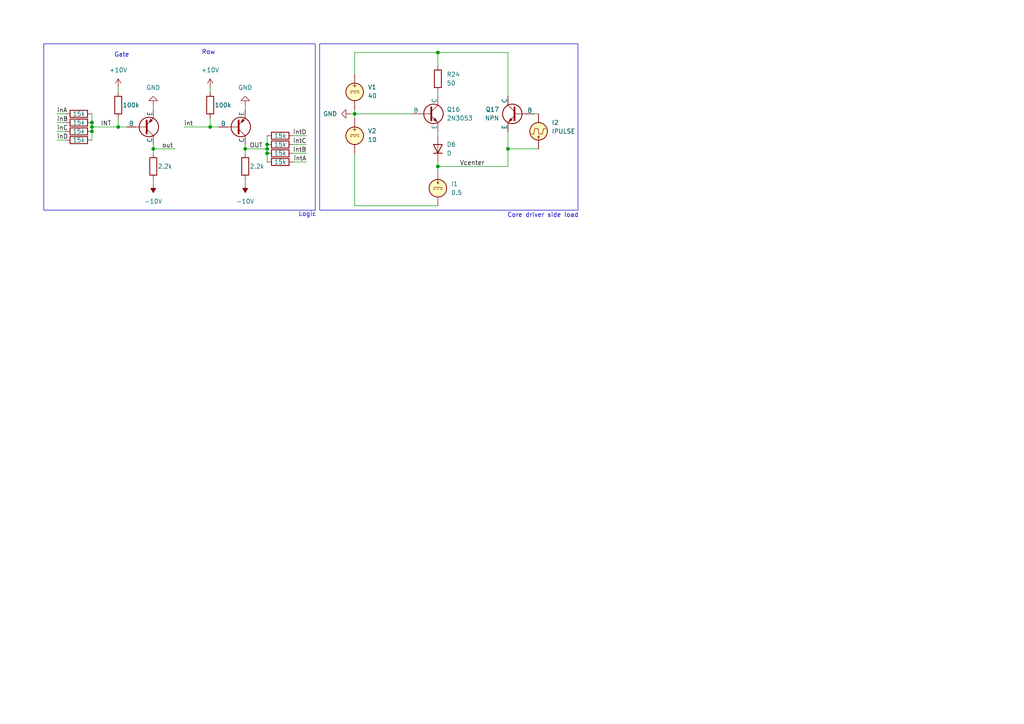
<source format=kicad_sch>
(kicad_sch (version 20250114) (generator "eeschema") (generator_version "9.0")
  (paper "A4")
  (lib_symbols
    (symbol "Device:D" (pin_numbers (hide yes)) (pin_names (offset 1.016) (hide yes))
      (property "Reference" "D" (at 0 2.54 0))
      (property "Value" "D" (at 0 -2.54 0))
      (symbol "D_0_1"
        (polyline (pts (xy -1.27 1.27) (xy -1.27 -1.27)) (stroke (width 0.254)))
        (polyline (pts (xy 1.27 1.27) (xy 1.27 -1.27) (xy -1.27 0) (xy 1.27 1.27)) (stroke (width 0.254)))
        (polyline (pts (xy 1.27 0) (xy -1.27 0)))
      )
      (symbol "D_1_1"
        (pin passive line (at -3.81 0 0) (length 2.54) (name "K") (number "1"))
        (pin passive line (at 3.81 0 180) (length 2.54) (name "A") (number "2"))
      )
    )
    (symbol "Device:R" (pin_numbers (hide yes)) (pin_names (offset 0))
      (property "Reference" "R" (at 2.032 0 90))
      (property "Value" "R" (at 0 0 90))
      (symbol "R_0_1"
        (rectangle (start -1.016 -2.54) (end 1.016 2.54) (stroke (width 0.254)))
      )
      (symbol "R_1_1"
        (pin passive line (at 0 3.81 270) (length 1.27) (name "~") (number "1"))
        (pin passive line (at 0 -3.81 90) (length 1.27) (name "~") (number "2"))
      )
    )
    (symbol "Simulation_SPICE:IDC" (pin_numbers (hide yes)) (pin_names (offset 0.0254))
      (property "Reference" "I" (at 2.54 2.54 0))
      (property "Value" "1" (at 2.54 0 0))
      (symbol "IDC_0_0"
        (polyline (pts (xy -1.27 0.254) (xy 1.27 0.254)))
        (polyline (pts (xy -0.762 -0.254) (xy -1.27 -0.254)))
        (polyline (pts (xy 0.254 -0.254) (xy -0.254 -0.254)))
        (polyline (pts (xy 1.27 -0.254) (xy 0.762 -0.254)))
      )
      (symbol "IDC_0_1"
        (polyline (pts (xy -0.254 1.778) (xy 0 1.27) (xy 0.254 1.778)))
        (polyline (pts (xy 0 1.27) (xy 0 2.286)))
        (circle (center 0 0) (radius 2.54) (stroke (width 0.254)) (fill (type background)))
      )
      (symbol "IDC_1_1"
        (pin passive line (at 0 5.08 270) (length 2.54) (name "~") (number "1"))
        (pin passive line (at 0 -5.08 90) (length 2.54) (name "~") (number "2"))
      )
    )
    (symbol "Simulation_SPICE:IPULSE" (pin_numbers (hide yes)) (pin_names (offset 0.0254))
      (property "Reference" "I" (at 2.54 2.54 0))
      (property "Value" "IPULSE" (at 2.54 0 0))
      (property "Sim.Params" "y1=0 y2=1 td=2n tr=2n tf=2n tw=50n per=100n" (at 2.54 -2.54 0))
      (symbol "IPULSE_0_0"
        (polyline (pts (xy -2.032 -0.762) (xy -1.397 -0.762) (xy -1.143 0.762) (xy -0.127 0.762) (xy 0.127 -0.762) (xy 1.143 -0.762) (xy 1.397 0.762) (xy 2.032 0.762)))
      )
      (symbol "IPULSE_0_1"
        (polyline (pts (xy -0.254 1.778) (xy 0 1.27) (xy 0.254 1.778)))
        (polyline (pts (xy 0 1.27) (xy 0 2.286)))
        (circle (center 0 0) (radius 2.54) (stroke (width 0.254)) (fill (type background)))
      )
      (symbol "IPULSE_1_1"
        (pin passive line (at 0 5.08 270) (length 2.54) (name "~") (number "1"))
        (pin passive line (at 0 -5.08 90) (length 2.54) (name "~") (number "2"))
      )
    )
    (symbol "Simulation_SPICE:NPN" (pin_numbers (hide yes)) (pin_names (offset 0))
      (property "Reference" "Q" (at -2.54 7.62 0))
      (property "Value" "NPN" (at -2.54 5.08 0))
      (symbol "NPN_0_1"
        (polyline (pts (xy -2.54 0) (xy 0.635 0)) (stroke (width 0.1524)))
        (polyline (pts (xy 0.635 1.905) (xy 0.635 -1.905) (xy 0.635 -1.905)) (stroke (width 0.508)))
        (polyline (pts (xy 0.635 0.635) (xy 2.54 2.54)))
        (polyline (pts (xy 0.635 -0.635) (xy 2.54 -2.54) (xy 2.54 -2.54)))
        (circle (center 1.27 0) (radius 2.8194) (stroke (width 0.254)))
        (polyline (pts (xy 1.27 -1.778) (xy 1.778 -1.27) (xy 2.286 -2.286) (xy 1.27 -1.778) (xy 1.27 -1.778)) (fill (type outline)))
        (polyline (pts (xy 2.794 -1.27) (xy 2.794 -1.27)) (stroke (width 0.1524)))
        (polyline (pts (xy 2.794 -1.27) (xy 2.794 -1.27)) (stroke (width 0.1524)))
      )
      (symbol "NPN_1_1"
        (pin input line (at -5.08 0 0) (length 2.54) (name "B") (number "2"))
        (pin open_collector line (at 2.54 5.08 270) (length 2.54) (name "C") (number "1"))
        (pin open_emitter line (at 2.54 -5.08 90) (length 2.54) (name "E") (number "3"))
      )
    )
    (symbol "Simulation_SPICE:PNP" (pin_numbers (hide yes)) (pin_names (offset 0))
      (property "Reference" "Q" (at -2.54 7.62 0))
      (property "Value" "PNP" (at -2.54 5.08 0))
      (symbol "PNP_0_1"
        (polyline (pts (xy -2.54 0) (xy 0.635 0)) (stroke (width 0.1524)))
        (polyline (pts (xy 0.635 1.905) (xy 0.635 -1.905) (xy 0.635 -1.905)) (stroke (width 0.508)))
        (polyline (pts (xy 0.635 0.635) (xy 2.54 2.54)))
        (polyline (pts (xy 0.635 -0.635) (xy 2.54 -2.54) (xy 2.54 -2.54)))
        (circle (center 1.27 0) (radius 2.8194) (stroke (width 0.254)))
        (polyline (pts (xy 2.286 -1.778) (xy 1.778 -2.286) (xy 1.27 -1.27) (xy 2.286 -1.778) (xy 2.286 -1.778)) (fill (type outline)))
      )
      (symbol "PNP_1_1"
        (pin input line (at -5.08 0 0) (length 2.54) (name "B") (number "2"))
        (pin open_collector line (at 2.54 5.08 270) (length 2.54) (name "C") (number "1"))
        (pin open_emitter line (at 2.54 -5.08 90) (length 2.54) (name "E") (number "3"))
      )
    )
    (symbol "Simulation_SPICE:VDC" (pin_numbers (hide yes)) (pin_names (offset 0.0254))
      (property "Reference" "V" (at 2.54 2.54 0))
      (property "Value" "1" (at 2.54 0 0))
      (symbol "VDC_0_0"
        (polyline (pts (xy -1.27 0.254) (xy 1.27 0.254)))
        (polyline (pts (xy -0.762 -0.254) (xy -1.27 -0.254)))
        (polyline (pts (xy 0.254 -0.254) (xy -0.254 -0.254)))
        (polyline (pts (xy 1.27 -0.254) (xy 0.762 -0.254)))
        (text "+" (at 0 1.905 0) (effects (font (size 1.27 1.27))))
      )
      (symbol "VDC_0_1"
        (circle (center 0 0) (radius 2.54) (stroke (width 0.254)) (fill (type background)))
      )
      (symbol "VDC_1_1"
        (pin passive line (at 0 5.08 270) (length 2.54) (name "~") (number "1"))
        (pin passive line (at 0 -5.08 90) (length 2.54) (name "~") (number "2"))
      )
    )
    (symbol "power:+10V" (power) (pin_numbers (hide yes)) (pin_names (offset 0) (hide yes))
      (property "Value" "+10V" (at 0 3.556 0))
      (symbol "+10V_0_1"
        (polyline (pts (xy -0.762 1.27) (xy 0 2.54)))
        (polyline (pts (xy 0 2.54) (xy 0.762 1.27)))
        (polyline (pts (xy 0 0) (xy 0 2.54)))
      )
      (symbol "+10V_1_1"
        (pin power_in line (at 0 0 90) (length 0) (name "~") (number "1"))
      )
    )
    (symbol "power:-10V" (power) (pin_numbers (hide yes)) (pin_names (offset 0) (hide yes))
      (property "Value" "-10V" (at 0 3.556 0))
      (symbol "-10V_0_0"
        (pin power_in line (at 0 0 90) (length 0) (name "~") (number "1"))
      )
      (symbol "-10V_0_1"
        (polyline (pts (xy 0 0) (xy 0 1.27) (xy 0.762 1.27) (xy 0 2.54) (xy -0.762 1.27) (xy 0 1.27)) (fill (type outline)))
      )
    )
    (symbol "power:GND" (power) (pin_numbers (hide yes)) (pin_names (offset 0) (hide yes))
      (property "Value" "GND" (at 0 -3.81 0))
      (symbol "GND_0_1"
        (polyline (pts (xy 0 0) (xy 0 -1.27) (xy 1.27 -1.27) (xy 0 -2.54) (xy -1.27 -1.27) (xy 0 -1.27)))
      )
      (symbol "GND_1_1"
        (pin power_in line (at 0 0 270) (length 0) (name "~") (number "1"))
      )
    )
  )
  (rectangle (start 92.71 12.7) (end 167.64 60.96))
  (rectangle (start 12.7 12.7) (end 91.44 60.96))
  (text "Core driver side load" (at 157.48 62.484 0) (effects (font (size 1.27 1.27))))
  (text "Logic" (at 89.154 62.23 0) (effects (font (size 1.27 1.27))))
  (text "Gate" (at 35.306 16.002 0) (effects (font (size 1.27 1.27))))
  (text "Row" (at 60.452 15.24 0) (effects (font (size 1.27 1.27))))
  (junction (at 77.47 44.45))
  (junction (at 26.67 38.1))
  (junction (at 26.67 35.56))
  (junction (at 34.29 36.83))
  (junction (at 102.87 33.02))
  (junction (at 127 48.26))
  (junction (at 60.96 36.83))
  (junction (at 127 15.24))
  (junction (at 147.32 43.18))
  (junction (at 26.67 36.83))
  (junction (at 71.12 43.18))
  (junction (at 77.47 41.91))
  (junction (at 44.45 43.18))
  (junction (at 77.47 43.18))
  (wire (pts (xy 102.87 33.02) (xy 119.38 33.02)))
  (wire (pts (xy 34.29 25.4) (xy 34.29 26.67)))
  (wire (pts (xy 71.12 52.07) (xy 71.12 53.34)))
  (wire (pts (xy 147.32 15.24) (xy 127 15.24)))
  (wire (pts (xy 102.87 44.45) (xy 102.87 59.69)))
  (wire (pts (xy 102.87 15.24) (xy 102.87 21.59)))
  (wire (pts (xy 127 15.24) (xy 127 19.05)))
  (wire (pts (xy 71.12 43.18) (xy 71.12 44.45)))
  (wire (pts (xy 127 15.24) (xy 102.87 15.24)))
  (wire (pts (xy 16.51 40.64) (xy 19.05 40.64)))
  (wire (pts (xy 102.87 31.75) (xy 102.87 33.02)))
  (wire (pts (xy 102.87 59.69) (xy 127 59.69)))
  (wire (pts (xy 16.51 38.1) (xy 19.05 38.1)))
  (wire (pts (xy 147.32 43.18) (xy 147.32 38.1)))
  (wire (pts (xy 44.45 43.18) (xy 44.45 44.45)))
  (wire (pts (xy 88.9 46.99) (xy 85.09 46.99)))
  (wire (pts (xy 147.32 27.94) (xy 147.32 15.24)))
  (wire (pts (xy 44.45 30.48) (xy 44.45 31.75)))
  (wire (pts (xy 60.96 25.4) (xy 60.96 26.67)))
  (wire (pts (xy 77.47 46.99) (xy 77.47 44.45)))
  (wire (pts (xy 26.67 35.56) (xy 26.67 36.83)))
  (wire (pts (xy 44.45 52.07) (xy 44.45 53.34)))
  (wire (pts (xy 127 26.67) (xy 127 27.94)))
  (wire (pts (xy 71.12 43.18) (xy 77.47 43.18)))
  (wire (pts (xy 44.45 43.18) (xy 50.8 43.18)))
  (wire (pts (xy 88.9 41.91) (xy 85.09 41.91)))
  (wire (pts (xy 26.67 38.1) (xy 26.67 40.64)))
  (wire (pts (xy 16.51 33.02) (xy 19.05 33.02)))
  (wire (pts (xy 26.67 36.83) (xy 34.29 36.83)))
  (wire (pts (xy 88.9 39.37) (xy 85.09 39.37)))
  (wire (pts (xy 88.9 44.45) (xy 85.09 44.45)))
  (wire (pts (xy 60.96 36.83) (xy 63.5 36.83)))
  (wire (pts (xy 71.12 41.91) (xy 71.12 43.18)))
  (wire (pts (xy 127 38.1) (xy 127 39.37)))
  (wire (pts (xy 77.47 44.45) (xy 77.47 43.18)))
  (wire (pts (xy 127 46.99) (xy 127 48.26)))
  (wire (pts (xy 44.45 41.91) (xy 44.45 43.18)))
  (wire (pts (xy 26.67 33.02) (xy 26.67 35.56)))
  (wire (pts (xy 34.29 34.29) (xy 34.29 36.83)))
  (wire (pts (xy 101.6 33.02) (xy 102.87 33.02)))
  (wire (pts (xy 127 48.26) (xy 127 49.53)))
  (wire (pts (xy 147.32 43.18) (xy 147.32 48.26)))
  (wire (pts (xy 77.47 43.18) (xy 77.47 41.91)))
  (wire (pts (xy 34.29 36.83) (xy 36.83 36.83)))
  (wire (pts (xy 156.21 33.02) (xy 154.94 33.02)))
  (wire (pts (xy 60.96 34.29) (xy 60.96 36.83)))
  (wire (pts (xy 102.87 33.02) (xy 102.87 34.29)))
  (wire (pts (xy 53.34 36.83) (xy 60.96 36.83)))
  (wire (pts (xy 147.32 43.18) (xy 156.21 43.18)))
  (wire (pts (xy 16.51 35.56) (xy 19.05 35.56)))
  (wire (pts (xy 26.67 36.83) (xy 26.67 38.1)))
  (wire (pts (xy 71.12 30.48) (xy 71.12 31.75)))
  (wire (pts (xy 127 48.26) (xy 147.32 48.26)))
  (wire (pts (xy 77.47 41.91) (xy 77.47 39.37)))
  (label "out" (at 46.99 43.18 0))
  (label "intB" (at 88.9 44.45 180))
  (label "int" (at 53.34 36.83 0))
  (label "inC" (at 16.51 38.1 0))
  (label "OUT" (at 72.39 43.18 0))
  (label "intC" (at 88.9 41.91 180))
  (label "intD" (at 88.9 39.37 180))
  (label "INT" (at 29.21 36.83 0))
  (label "inB" (at 16.51 35.56 0))
  (label "intA" (at 88.9 46.99 180))
  (label "inA" (at 16.51 33.02 0))
  (label "Vcenter" (at 133.35 48.26 0))
  (label "inD" (at 16.51 40.64 0))
  (symbol (lib_id "Device:R") (at 44.45 48.26 0) (unit 1)
    (property "Reference" "R21" (effects (hide yes)))
    (property "Value" "2.2k" (at 45.72 48.26 0) (effects (justify left)))
    (property "Description" "Resistor" (effects (hide yes)))
  )
  (symbol (lib_id "power:-10V") (at 44.45 53.34 0) (mirror x) (unit 1)
    (property "Reference" "#PWR019" (effects (hide yes)))
    (property "Value" "-10V" (at 44.45 58.42 0))
    (property "Description" "Power symbol creates a global label with name \"-10V\"" (effects (hide yes)))
  )
  (symbol (lib_id "power:GND") (at 71.12 30.48 180) (unit 1)
    (property "Reference" "#PWR022" (effects (hide yes)))
    (property "Value" "GND" (at 71.12 25.4 0))
    (property "Description" "Power symbol creates a global label with name \"GND\" , ground" (effects (hide yes)))
  )
  (symbol (lib_id "Simulation_SPICE:PNP") (at 68.58 36.83 0) (mirror x) (unit 1)
    (property "Reference" "Q15" (effects (hide yes)))
    (property "Value" "PNP" (effects (hide yes)))
    (property "Datasheet" "https://ngspice.sourceforge.io/docs/ngspice-html-manual/manual.xhtml#cha_BJTs" (effects (hide yes)))
    (property "Description" "Bipolar transistor symbol for simulation only, substrate tied to the emitter" (effects (hide yes)))
    (property "Sim.Device" "PNP" (effects (hide yes)))
    (property "Sim.Type" "GUMMELPOON" (effects (hide yes)))
    (property "Sim.Pins" "1=C 2=B 3=E" (effects (hide yes)))
  )
  (symbol (lib_id "Device:R") (at 81.28 41.91 270) (unit 1)
    (property "Reference" "R34" (effects (hide yes)))
    (property "Value" "15k" (at 81.28 41.91 90))
    (property "Description" "Resistor" (effects (hide yes)))
  )
  (symbol (lib_id "Device:R") (at 22.86 40.64 90) (unit 1)
    (property "Reference" "R31" (effects (hide yes)))
    (property "Value" "15k" (at 22.86 40.64 90))
    (property "Description" "Resistor" (effects (hide yes)))
  )
  (symbol (lib_id "Device:R") (at 60.96 30.48 0) (unit 1)
    (property "Reference" "R22" (effects (hide yes)))
    (property "Value" "100k" (at 62.23 30.48 0) (effects (justify left)))
    (property "Description" "Resistor" (effects (hide yes)))
  )
  (symbol (lib_id "Device:R") (at 34.29 30.48 0) (unit 1)
    (property "Reference" "R20" (effects (hide yes)))
    (property "Value" "100k" (at 35.56 30.48 0) (effects (justify left)))
    (property "Description" "Resistor" (effects (hide yes)))
  )
  (symbol (lib_id "Device:R") (at 22.86 38.1 90) (unit 1)
    (property "Reference" "R30" (effects (hide yes)))
    (property "Value" "15k" (at 22.86 38.1 90))
    (property "Description" "Resistor" (effects (hide yes)))
  )
  (symbol (lib_id "Device:D") (at 127 43.18 90) (unit 1)
    (property "Reference" "D6" (at 129.54 41.9099 90) (effects (justify right)))
    (property "Value" "D" (at 129.54 44.4499 90) (effects (justify right)))
    (property "Description" "Diode" (effects (hide yes)))
    (property "Sim.Device" "D" (effects (hide yes)))
    (property "Sim.Pins" "1=K 2=A" (effects (hide yes)))
  )
  (symbol (lib_id "power:+10V") (at 60.96 25.4 0) (unit 1)
    (property "Reference" "#PWR021" (effects (hide yes)))
    (property "Value" "+10V" (at 60.96 20.32 0))
    (property "Description" "Power symbol creates a global label with name \"+10V\"" (effects (hide yes)))
  )
  (symbol (lib_id "Simulation_SPICE:PNP") (at 41.91 36.83 0) (mirror x) (unit 1)
    (property "Reference" "Q14" (effects (hide yes)))
    (property "Value" "PNP" (effects (hide yes)))
    (property "Datasheet" "https://ngspice.sourceforge.io/docs/ngspice-html-manual/manual.xhtml#cha_BJTs" (effects (hide yes)))
    (property "Description" "Bipolar transistor symbol for simulation only, substrate tied to the emitter" (effects (hide yes)))
    (property "Sim.Device" "PNP" (effects (hide yes)))
    (property "Sim.Type" "GUMMELPOON" (effects (hide yes)))
    (property "Sim.Pins" "1=C 2=B 3=E" (effects (hide yes)))
  )
  (symbol (lib_id "power:GND") (at 44.45 30.48 180) (unit 1)
    (property "Reference" "#PWR020" (effects (hide yes)))
    (property "Value" "GND" (at 44.45 25.4 0))
    (property "Description" "Power symbol creates a global label with name \"GND\" , ground" (effects (hide yes)))
  )
  (symbol (lib_id "Simulation_SPICE:VDC") (at 102.87 26.67 0) (unit 1)
    (property "Reference" "V1" (at 106.68 25.2701 0) (effects (justify left)))
    (property "Value" "40" (at 106.68 27.8101 0) (effects (justify left)))
    (property "Datasheet" "https://ngspice.sourceforge.io/docs/ngspice-html-manual/manual.xhtml#sec_Independent_Sources_for" (effects (hide yes)))
    (property "Description" "Voltage source, DC" (effects (hide yes)))
    (property "Sim.Pins" "1=+ 2=-" (effects (hide yes)))
    (property "Sim.Type" "DC" (effects (hide yes)))
    (property "Sim.Device" "V" (effects (hide yes)))
  )
  (symbol (lib_id "power:+10V") (at 34.29 25.4 0) (unit 1)
    (property "Reference" "#PWR018" (effects (hide yes)))
    (property "Value" "+10V" (at 34.29 20.32 0))
    (property "Description" "Power symbol creates a global label with name \"+10V\"" (effects (hide yes)))
  )
  (symbol (lib_id "power:-10V") (at 71.12 53.34 0) (mirror x) (unit 1)
    (property "Reference" "#PWR023" (effects (hide yes)))
    (property "Value" "-10V" (at 71.12 58.42 0))
    (property "Description" "Power symbol creates a global label with name \"-10V\"" (effects (hide yes)))
  )
  (symbol (lib_id "Device:R") (at 22.86 33.02 90) (unit 1)
    (property "Reference" "R28" (effects (hide yes)))
    (property "Value" "15k" (at 22.86 33.02 90))
    (property "Description" "Resistor" (effects (hide yes)))
  )
  (symbol (lib_id "Device:R") (at 71.12 48.26 0) (unit 1)
    (property "Reference" "R23" (effects (hide yes)))
    (property "Value" "2.2k" (at 72.39 48.26 0) (effects (justify left)))
    (property "Description" "Resistor" (effects (hide yes)))
  )
  (symbol (lib_id "Simulation_SPICE:IPULSE") (at 156.21 38.1 180) (unit 1)
    (property "Reference" "I2" (at 160.02 35.5599 0) (effects (justify right)))
    (property "Value" "IPULSE" (at 160.02 38.0999 0) (effects (justify right)))
    (property "Datasheet" "https://ngspice.sourceforge.io/docs/ngspice-html-manual/manual.xhtml#sec_Independent_Sources_for" (effects (hide yes)))
    (property "Description" "Current source, pulse" (effects (hide yes)))
    (property "Sim.Pins" "1=+ 2=-" (effects (hide yes)))
    (property "Sim.Device" "I" (effects (hide yes)))
    (property "Sim.Type" "PULSE" (effects (hide yes)))
    (property "Sim.Params" "y1=0 y2=10m td=0 tr=2u tf=2u tw=50u per=100u" (effects (hide yes)))
  )
  (symbol (lib_id "Simulation_SPICE:NPN") (at 124.46 33.02 0) (unit 1)
    (property "Reference" "Q16" (at 129.54 31.7499 0) (effects (justify left)))
    (property "Value" "2N3053" (at 129.54 34.2899 0) (effects (justify left)))
    (property "Datasheet" "https://ngspice.sourceforge.io/docs/ngspice-html-manual/manual.xhtml#cha_BJTs" (effects (hide yes)))
    (property "Description" "Bipolar transistor symbol for simulation only, substrate tied to the emitter" (effects (hide yes)))
    (property "Sim.Device" "NPN" (effects (hide yes)))
    (property "Sim.Type" "GUMMELPOON" (effects (hide yes)))
    (property "Sim.Pins" "1=C 2=B 3=E" (effects (hide yes)))
  )
  (symbol (lib_id "Simulation_SPICE:VDC") (at 102.87 39.37 0) (unit 1)
    (property "Reference" "V2" (at 106.68 37.9701 0) (effects (justify left)))
    (property "Value" "10" (at 106.68 40.5101 0) (effects (justify left)))
    (property "Datasheet" "https://ngspice.sourceforge.io/docs/ngspice-html-manual/manual.xhtml#sec_Independent_Sources_for" (effects (hide yes)))
    (property "Description" "Voltage source, DC" (effects (hide yes)))
    (property "Sim.Pins" "1=+ 2=-" (effects (hide yes)))
    (property "Sim.Type" "DC" (effects (hide yes)))
    (property "Sim.Device" "V" (effects (hide yes)))
  )
  (symbol (lib_id "Device:R") (at 81.28 46.99 270) (unit 1)
    (property "Reference" "R32" (effects (hide yes)))
    (property "Value" "15k" (at 81.28 46.99 90))
    (property "Description" "Resistor" (effects (hide yes)))
  )
  (symbol (lib_id "Device:R") (at 22.86 35.56 90) (unit 1)
    (property "Reference" "R29" (effects (hide yes)))
    (property "Value" "15k" (at 22.86 35.56 90))
    (property "Description" "Resistor" (effects (hide yes)))
  )
  (symbol (lib_id "Simulation_SPICE:IDC") (at 127 54.61 0) (unit 1)
    (property "Reference" "I1" (at 130.81 53.3399 0) (effects (justify left)))
    (property "Value" "0.5" (at 130.81 55.8799 0) (effects (justify left)))
    (property "Datasheet" "https://ngspice.sourceforge.io/docs/ngspice-html-manual/manual.xhtml#sec_Independent_Sources_for" (effects (hide yes)))
    (property "Description" "Current source, DC" (effects (hide yes)))
    (property "Sim.Pins" "1=+ 2=-" (effects (hide yes)))
    (property "Sim.Type" "DC" (effects (hide yes)))
    (property "Sim.Device" "I" (effects (hide yes)))
  )
  (symbol (lib_id "Device:R") (at 127 22.86 0) (unit 1)
    (property "Reference" "R24" (at 129.54 21.5899 0) (effects (justify left)))
    (property "Value" "50" (at 129.54 24.1299 0) (effects (justify left)))
    (property "Description" "Resistor" (effects (hide yes)))
  )
  (symbol (lib_id "power:GND") (at 101.6 33.02 270) (unit 1)
    (property "Reference" "#PWR025" (effects (hide yes)))
    (property "Value" "GND" (at 97.79 33.0199 90) (effects (justify right)))
    (property "Description" "Power symbol creates a global label with name \"GND\" , ground" (effects (hide yes)))
  )
  (symbol (lib_id "Device:R") (at 81.28 44.45 270) (unit 1)
    (property "Reference" "R33" (effects (hide yes)))
    (property "Value" "15k" (at 81.28 44.45 90))
    (property "Description" "Resistor" (effects (hide yes)))
  )
  (symbol (lib_id "Device:R") (at 81.28 39.37 270) (unit 1)
    (property "Reference" "R35" (effects (hide yes)))
    (property "Value" "15k" (at 81.28 39.37 90))
    (property "Description" "Resistor" (effects (hide yes)))
  )
  (symbol (lib_id "Simulation_SPICE:NPN") (at 149.86 33.02 0) (mirror y) (unit 1)
    (property "Reference" "Q17" (at 144.78 31.7499 0) (effects (justify left)))
    (property "Value" "NPN" (at 144.78 34.2899 0) (effects (justify left)))
    (property "Datasheet" "https://ngspice.sourceforge.io/docs/ngspice-html-manual/manual.xhtml#cha_BJTs" (effects (hide yes)))
    (property "Description" "Bipolar transistor symbol for simulation only, substrate tied to the emitter" (effects (hide yes)))
    (property "Sim.Device" "NPN" (effects (hide yes)))
    (property "Sim.Type" "GUMMELPOON" (effects (hide yes)))
    (property "Sim.Pins" "1=C 2=B 3=E" (effects (hide yes)))
  )
)
</source>
